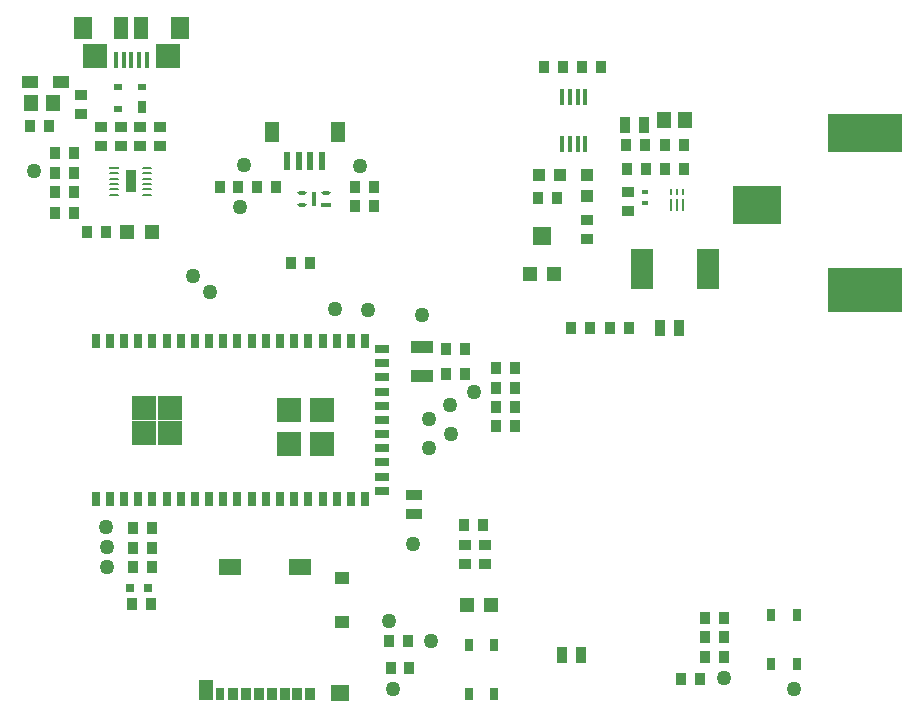
<source format=gtp>
G04*
G04 #@! TF.GenerationSoftware,Altium Limited,Altium Designer,21.1.1 (26)*
G04*
G04 Layer_Color=8421504*
%FSLAX25Y25*%
%MOIN*%
G70*
G04*
G04 #@! TF.SameCoordinates,D31DAFBF-B6A6-4984-8A5A-3B2B1D04CFA6*
G04*
G04*
G04 #@! TF.FilePolarity,Positive*
G04*
G01*
G75*
%ADD19R,0.03634X0.07178*%
%ADD20R,0.01404X0.04947*%
%ADD21R,0.03937X0.03543*%
%ADD22R,0.04606X0.07087*%
%ADD23R,0.02953X0.04331*%
%ADD24R,0.03347X0.04331*%
%ADD25R,0.06102X0.05315*%
%ADD26R,0.04724X0.03937*%
%ADD27R,0.07480X0.05315*%
%ADD28R,0.03306X0.00876*%
G04:AMPARAMS|DCode=29|XSize=33.06mil|YSize=8.76mil|CornerRadius=4.38mil|HoleSize=0mil|Usage=FLASHONLY|Rotation=0.000|XOffset=0mil|YOffset=0mil|HoleType=Round|Shape=RoundedRectangle|*
%AMROUNDEDRECTD29*
21,1,0.03306,0.00000,0,0,0.0*
21,1,0.02430,0.00876,0,0,0.0*
1,1,0.00876,0.01215,0.00000*
1,1,0.00876,-0.01215,0.00000*
1,1,0.00876,-0.01215,0.00000*
1,1,0.00876,0.01215,0.00000*
%
%ADD29ROUNDEDRECTD29*%
%ADD30R,0.02756X0.02362*%
%ADD31R,0.02756X0.03937*%
%ADD32R,0.03543X0.03937*%
%ADD33C,0.05000*%
%ADD34R,0.04724X0.04724*%
%ADD35R,0.05512X0.03937*%
%ADD36R,0.04528X0.05709*%
%ADD37R,0.03150X0.03150*%
%ADD38R,0.02559X0.04134*%
%ADD39R,0.15984X0.12992*%
%ADD40R,0.25000X0.15000*%
%ADD41R,0.25000X0.12992*%
%ADD42R,0.02165X0.01772*%
%ADD43R,0.03740X0.05315*%
%ADD44R,0.04331X0.04331*%
%ADD45R,0.07284X0.13386*%
%ADD46R,0.07874X0.07874*%
%ADD47R,0.02756X0.04724*%
%ADD48R,0.04724X0.02756*%
%ADD49R,0.04724X0.04724*%
%ADD50R,0.06299X0.05906*%
%ADD51R,0.04331X0.04331*%
%ADD52R,0.01575X0.05315*%
%ADD53R,0.08268X0.07874*%
%ADD54R,0.06299X0.07480*%
%ADD55R,0.04724X0.07480*%
%ADD56R,0.07480X0.04331*%
%ADD57R,0.03231X0.01341*%
G04:AMPARAMS|DCode=58|XSize=32.31mil|YSize=13.41mil|CornerRadius=6.71mil|HoleSize=0mil|Usage=FLASHONLY|Rotation=180.000|XOffset=0mil|YOffset=0mil|HoleType=Round|Shape=RoundedRectangle|*
%AMROUNDEDRECTD58*
21,1,0.03231,0.00000,0,0,180.0*
21,1,0.01890,0.01341,0,0,180.0*
1,1,0.01341,-0.00945,0.00000*
1,1,0.01341,0.00945,0.00000*
1,1,0.01341,0.00945,0.00000*
1,1,0.01341,-0.00945,0.00000*
%
%ADD58ROUNDEDRECTD58*%
%ADD59R,0.05315X0.03740*%
%ADD60R,0.01772X0.05315*%
%ADD61R,0.02362X0.06102*%
%ADD62R,0.04724X0.07087*%
%ADD63R,0.00787X0.03937*%
%ADD64R,0.00984X0.02362*%
D19*
X43701Y177953D02*
D03*
D20*
X104821Y171996D02*
D03*
D21*
X40400Y195950D02*
D03*
Y189650D02*
D03*
X46900Y195950D02*
D03*
Y189650D02*
D03*
X155118Y56693D02*
D03*
Y50394D02*
D03*
X161811Y56693D02*
D03*
Y50394D02*
D03*
X209449Y174409D02*
D03*
Y168110D02*
D03*
X27165Y200394D02*
D03*
Y206693D02*
D03*
X33858Y189764D02*
D03*
Y196063D02*
D03*
X53543Y189764D02*
D03*
Y196063D02*
D03*
X195965Y158858D02*
D03*
Y165157D02*
D03*
D22*
X68758Y8289D02*
D03*
D23*
X73522Y6911D02*
D03*
D24*
X77656D02*
D03*
X81986D02*
D03*
X86317D02*
D03*
X90648D02*
D03*
X94978D02*
D03*
X99309D02*
D03*
X103640D02*
D03*
D25*
X113325Y7403D02*
D03*
D26*
X114014Y45691D02*
D03*
Y31124D02*
D03*
D27*
X100234Y49529D02*
D03*
X76730D02*
D03*
D28*
X38128Y182382D02*
D03*
D29*
Y180610D02*
D03*
Y178839D02*
D03*
Y177067D02*
D03*
Y175295D02*
D03*
Y173524D02*
D03*
X49274D02*
D03*
Y175295D02*
D03*
Y177067D02*
D03*
Y178839D02*
D03*
Y180610D02*
D03*
Y182382D02*
D03*
D30*
X39451Y209393D02*
D03*
X47325D02*
D03*
X39451Y201913D02*
D03*
D31*
X47325Y202700D02*
D03*
D32*
X161024Y63386D02*
D03*
X154724D02*
D03*
X24803Y180709D02*
D03*
X18504D02*
D03*
X24803Y187402D02*
D03*
X18504D02*
D03*
X24803Y174409D02*
D03*
X18504D02*
D03*
X35433Y161024D02*
D03*
X29134D02*
D03*
X16535Y196457D02*
D03*
X10236D02*
D03*
X24803Y167323D02*
D03*
X18504D02*
D03*
X124900Y169633D02*
D03*
X118600D02*
D03*
X118600Y175933D02*
D03*
X124900D02*
D03*
X44488Y62402D02*
D03*
X50787D02*
D03*
X44488Y55709D02*
D03*
X50787D02*
D03*
X136614Y15748D02*
D03*
X130315D02*
D03*
X44488Y49213D02*
D03*
X50787D02*
D03*
X136221Y24803D02*
D03*
X129921D02*
D03*
X241339Y25984D02*
D03*
X235039D02*
D03*
X241339Y19291D02*
D03*
X235039D02*
D03*
X235039Y32283D02*
D03*
X241339D02*
D03*
X171653Y109055D02*
D03*
X165354D02*
D03*
X165354Y115748D02*
D03*
X171653D02*
D03*
X165354Y96457D02*
D03*
X171653D02*
D03*
X171653Y102756D02*
D03*
X165354D02*
D03*
X194193Y215945D02*
D03*
X200492D02*
D03*
X97085Y150591D02*
D03*
X103384D02*
D03*
X221850Y189961D02*
D03*
X228150D02*
D03*
X209646Y128937D02*
D03*
X203346D02*
D03*
X196850D02*
D03*
X190551D02*
D03*
X187825Y215945D02*
D03*
X181526D02*
D03*
X79624Y175933D02*
D03*
X73325D02*
D03*
X44175Y37008D02*
D03*
X50474D02*
D03*
X148819Y122047D02*
D03*
X155118D02*
D03*
X148819Y113779D02*
D03*
X155118D02*
D03*
X185728Y172244D02*
D03*
X179429D02*
D03*
X215551Y182087D02*
D03*
X209252D02*
D03*
X208858Y189961D02*
D03*
X215158D02*
D03*
X221850Y182087D02*
D03*
X228150D02*
D03*
X233465Y12205D02*
D03*
X227165D02*
D03*
X85923Y175933D02*
D03*
X92222D02*
D03*
D33*
X70079Y140990D02*
D03*
X64567Y146457D02*
D03*
X11400Y181299D02*
D03*
X131102Y8661D02*
D03*
X35433Y62598D02*
D03*
X35827Y56009D02*
D03*
X241339Y12226D02*
D03*
X158268Y107858D02*
D03*
X143307Y88976D02*
D03*
X264961Y8661D02*
D03*
X137795Y57087D02*
D03*
X80018Y169240D02*
D03*
X35827Y49213D02*
D03*
X150394Y93685D02*
D03*
X143307Y98819D02*
D03*
X150000Y103543D02*
D03*
X140945Y133465D02*
D03*
X129921Y31496D02*
D03*
X143701Y24803D02*
D03*
X81593Y183413D02*
D03*
X120175Y183019D02*
D03*
X111811Y135433D02*
D03*
X122835Y135039D02*
D03*
D34*
X50651Y161024D02*
D03*
X42384D02*
D03*
X163976Y36614D02*
D03*
X155709D02*
D03*
D35*
X20472Y211059D02*
D03*
X10236D02*
D03*
D36*
X17717Y203937D02*
D03*
X10630D02*
D03*
X228543Y198228D02*
D03*
X221457D02*
D03*
D37*
X43565Y42520D02*
D03*
X49470D02*
D03*
D38*
X164862Y7185D02*
D03*
Y23524D02*
D03*
X156398D02*
D03*
Y7185D02*
D03*
X265650Y17028D02*
D03*
Y33366D02*
D03*
X257185Y17028D02*
D03*
Y33366D02*
D03*
D39*
X252362Y170118D02*
D03*
D40*
X288347Y141811D02*
D03*
D41*
Y194134D02*
D03*
D42*
X215158Y170866D02*
D03*
Y174409D02*
D03*
D43*
X208465Y196653D02*
D03*
X214764D02*
D03*
X220079Y128937D02*
D03*
X226378D02*
D03*
X187402Y20079D02*
D03*
X193701D02*
D03*
D44*
X179823Y180118D02*
D03*
X186909D02*
D03*
D45*
X236122Y148622D02*
D03*
X214272D02*
D03*
D46*
X48108Y102538D02*
D03*
X56840D02*
D03*
X48108Y93947D02*
D03*
X56840D02*
D03*
X96360Y101727D02*
D03*
X107600D02*
D03*
X96360Y90215D02*
D03*
X107600D02*
D03*
D47*
X32065Y124803D02*
D03*
X36789D02*
D03*
X41514D02*
D03*
X46238D02*
D03*
X50963D02*
D03*
X55687D02*
D03*
X60411D02*
D03*
X74585D02*
D03*
X79309D02*
D03*
X84034D02*
D03*
X98207D02*
D03*
X107656D02*
D03*
X121829D02*
D03*
Y72047D02*
D03*
X117104D02*
D03*
X112380D02*
D03*
X107656D02*
D03*
X102931D02*
D03*
X98207D02*
D03*
X93482D02*
D03*
X88758D02*
D03*
X84034D02*
D03*
X79309D02*
D03*
X74585D02*
D03*
X69860D02*
D03*
X65136D02*
D03*
X60411D02*
D03*
X55687D02*
D03*
X50963D02*
D03*
X46238D02*
D03*
X41514D02*
D03*
X36789D02*
D03*
X32065D02*
D03*
X93482Y124803D02*
D03*
X88758D02*
D03*
X117104D02*
D03*
X102931D02*
D03*
X112380D02*
D03*
X69860D02*
D03*
X65136D02*
D03*
D48*
X127502Y98409D02*
D03*
Y93685D02*
D03*
Y88961D02*
D03*
Y84236D02*
D03*
Y74787D02*
D03*
Y122031D02*
D03*
Y107858D02*
D03*
Y103134D02*
D03*
Y79512D02*
D03*
Y117307D02*
D03*
Y112583D02*
D03*
D49*
X176968Y147047D02*
D03*
X184842D02*
D03*
D50*
X180905Y159843D02*
D03*
D51*
X195965Y173031D02*
D03*
Y180118D02*
D03*
D52*
X38840Y218468D02*
D03*
X41399D02*
D03*
X43958D02*
D03*
X46517D02*
D03*
X49076D02*
D03*
D53*
X31754Y219748D02*
D03*
X56163D02*
D03*
D54*
X27817Y229000D02*
D03*
X60100D02*
D03*
D55*
X40612D02*
D03*
X47305D02*
D03*
D56*
X140945Y112970D02*
D03*
Y122813D02*
D03*
D57*
X108856Y170027D02*
D03*
D58*
Y173964D02*
D03*
X100785D02*
D03*
Y170027D02*
D03*
D59*
X138189Y66929D02*
D03*
Y73228D02*
D03*
D60*
X187598Y206004D02*
D03*
X190157D02*
D03*
X192717D02*
D03*
X195276D02*
D03*
Y190453D02*
D03*
X192717D02*
D03*
X190157D02*
D03*
X187598D02*
D03*
D61*
X95766Y184594D02*
D03*
X99703D02*
D03*
X103640D02*
D03*
X107577D02*
D03*
D62*
X90648Y194535D02*
D03*
X112695D02*
D03*
D63*
X227756Y170078D02*
D03*
X225787D02*
D03*
X223819D02*
D03*
D64*
Y174409D02*
D03*
X225787D02*
D03*
X227756D02*
D03*
M02*

</source>
